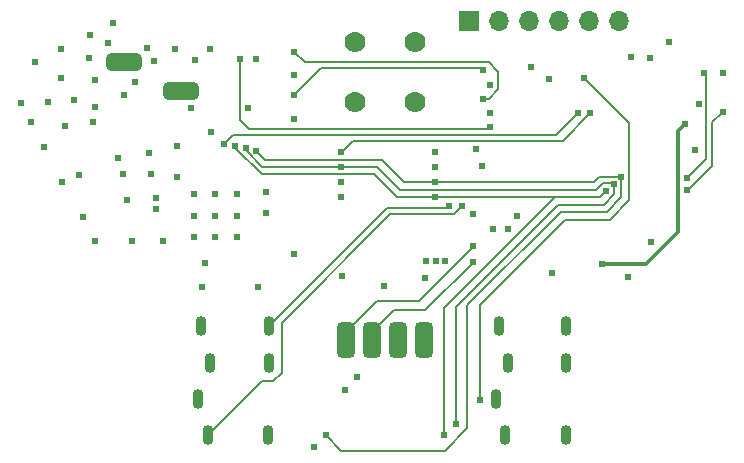
<source format=gbl>
G04 #@! TF.GenerationSoftware,KiCad,Pcbnew,(6.0.0)*
G04 #@! TF.CreationDate,2022-01-15T05:03:17-05:00*
G04 #@! TF.ProjectId,spin-tgd-control,7370696e-2d74-4676-942d-636f6e74726f,rev?*
G04 #@! TF.SameCoordinates,Original*
G04 #@! TF.FileFunction,Copper,L4,Bot*
G04 #@! TF.FilePolarity,Positive*
%FSLAX46Y46*%
G04 Gerber Fmt 4.6, Leading zero omitted, Abs format (unit mm)*
G04 Created by KiCad (PCBNEW (6.0.0)) date 2022-01-15 05:03:17*
%MOMM*%
%LPD*%
G01*
G04 APERTURE LIST*
G04 Aperture macros list*
%AMRoundRect*
0 Rectangle with rounded corners*
0 $1 Rounding radius*
0 $2 $3 $4 $5 $6 $7 $8 $9 X,Y pos of 4 corners*
0 Add a 4 corners polygon primitive as box body*
4,1,4,$2,$3,$4,$5,$6,$7,$8,$9,$2,$3,0*
0 Add four circle primitives for the rounded corners*
1,1,$1+$1,$2,$3*
1,1,$1+$1,$4,$5*
1,1,$1+$1,$6,$7*
1,1,$1+$1,$8,$9*
0 Add four rect primitives between the rounded corners*
20,1,$1+$1,$2,$3,$4,$5,0*
20,1,$1+$1,$4,$5,$6,$7,0*
20,1,$1+$1,$6,$7,$8,$9,0*
20,1,$1+$1,$8,$9,$2,$3,0*%
G04 Aperture macros list end*
G04 #@! TA.AperFunction,ComponentPad*
%ADD10C,1.778000*%
G04 #@! TD*
G04 #@! TA.AperFunction,ComponentPad*
%ADD11RoundRect,0.375000X1.125000X-0.375000X1.125000X0.375000X-1.125000X0.375000X-1.125000X-0.375000X0*%
G04 #@! TD*
G04 #@! TA.AperFunction,ComponentPad*
%ADD12O,0.900000X1.700000*%
G04 #@! TD*
G04 #@! TA.AperFunction,ComponentPad*
%ADD13RoundRect,0.375000X-0.375000X-1.125000X0.375000X-1.125000X0.375000X1.125000X-0.375000X1.125000X0*%
G04 #@! TD*
G04 #@! TA.AperFunction,ComponentPad*
%ADD14R,1.700000X1.700000*%
G04 #@! TD*
G04 #@! TA.AperFunction,ComponentPad*
%ADD15O,1.700000X1.700000*%
G04 #@! TD*
G04 #@! TA.AperFunction,ViaPad*
%ADD16C,0.609600*%
G04 #@! TD*
G04 #@! TA.AperFunction,Conductor*
%ADD17C,0.203200*%
G04 #@! TD*
G04 #@! TA.AperFunction,Conductor*
%ADD18C,0.304800*%
G04 #@! TD*
G04 APERTURE END LIST*
D10*
X2514000Y-3014000D03*
X-2566000Y-3014000D03*
X-2566000Y-8094000D03*
X2514000Y-8094000D03*
D11*
X-22100000Y-4700000D03*
D12*
X15300000Y-36300000D03*
X10170000Y-36300000D03*
X15340000Y-27000000D03*
X9640000Y-27000000D03*
X10390000Y-30200000D03*
X15340000Y-30200000D03*
X9350000Y-33250000D03*
D13*
X-1100000Y-28250000D03*
D14*
X7100000Y-1200000D03*
D15*
X9640000Y-1200000D03*
X12180000Y-1200000D03*
X14720000Y-1200000D03*
X17260000Y-1200000D03*
X19800000Y-1200000D03*
D13*
X-3300000Y-28250000D03*
X3300000Y-28250000D03*
D11*
X-17300000Y-7100000D03*
D13*
X1100000Y-28250000D03*
D12*
X-9900000Y-36300000D03*
X-15030000Y-36300000D03*
X-9860000Y-27000000D03*
X-15560000Y-27000000D03*
X-14810000Y-30200000D03*
X-9860000Y-30200000D03*
X-15850000Y-33250000D03*
D16*
X-27350000Y-14850000D03*
X-22100000Y-7450000D03*
X-10100000Y-17500000D03*
X-25050000Y-4350000D03*
X-11606250Y-8606250D03*
X-14426000Y-15828000D03*
X-29950000Y-9800000D03*
X-28900000Y-11850000D03*
X-26350000Y-7900000D03*
X-6000000Y-37300000D03*
X28600000Y-5600000D03*
X-3700000Y-16090000D03*
X-24600000Y-8500000D03*
X26200000Y-12100000D03*
X-19800000Y-14200000D03*
X-23000000Y-1400000D03*
X-12521000Y-19511000D03*
X-17600000Y-14400000D03*
X-27400000Y-3600000D03*
X-30800000Y-8150000D03*
X-17600000Y-11800000D03*
X20600000Y-22900000D03*
X-10800000Y-23700000D03*
X-14426000Y-17733000D03*
X-14426000Y-19511000D03*
X12350000Y-5100000D03*
X-15500000Y-23750000D03*
X-28550000Y-8100000D03*
X-16204000Y-19511000D03*
X-21400000Y-19800000D03*
X-16204000Y-15828000D03*
X-29650000Y-4650000D03*
X-100000Y-23660000D03*
X22400000Y-4350000D03*
X-20000000Y-12400000D03*
X22500000Y-19900000D03*
X-21880000Y-16330000D03*
X-25950000Y-14250000D03*
X-27400000Y-6000000D03*
X14150000Y-22550000D03*
X-27100000Y-10100000D03*
X-16204000Y-17733000D03*
X-19400000Y-16180000D03*
X-24550000Y-6200000D03*
X-22600000Y-12800000D03*
X-16100000Y-4550000D03*
X-25600000Y-17800000D03*
X-25000000Y-2400000D03*
X7425000Y-17525000D03*
X-22200000Y-14200000D03*
X-23500000Y-3050000D03*
X-2350000Y-31350000D03*
X-20200000Y-3500000D03*
X-14800000Y-3600000D03*
X-14700000Y-10650000D03*
X26600000Y-8200000D03*
X3362500Y-22935000D03*
X-17800000Y-3600000D03*
X-21150000Y-6350000D03*
X-24600000Y-19800000D03*
X-12521000Y-15828000D03*
X-12521000Y-17733000D03*
X-19600000Y-4600000D03*
X-16400000Y-8600000D03*
X-18800000Y-19800000D03*
X-3637500Y-22835000D03*
X8900000Y-9000000D03*
X-24750000Y-9750000D03*
X-15250000Y-21700000D03*
X-7750000Y-20900000D03*
X-10900000Y-4431250D03*
X11200000Y-17750000D03*
X4287500Y-21550000D03*
X-3425000Y-32425000D03*
X-3700000Y-14825000D03*
X20800000Y-4300000D03*
X-10100000Y-15700000D03*
X5100000Y-21550000D03*
X4200000Y-13590000D03*
X-19400000Y-17130000D03*
X13900000Y-6100000D03*
X24000000Y-3000000D03*
X8900000Y-6600000D03*
X3500000Y-21550000D03*
X-7700000Y-5800000D03*
X4200000Y-12290000D03*
X-7700000Y-9500000D03*
X28600000Y-8900000D03*
X25550000Y-15550000D03*
X27000000Y-5600000D03*
X25550000Y-14500000D03*
X8300000Y-7800000D03*
X-7700000Y-3800000D03*
X-7700000Y-7500000D03*
X8300000Y-5400000D03*
X-3700000Y-13575000D03*
X6000000Y-35300000D03*
X-11800000Y-12000000D03*
X19350000Y-15000000D03*
X4200000Y-16140000D03*
X18700000Y-15600000D03*
X-12700000Y-11800000D03*
X5000000Y-36300000D03*
X4200000Y-14840000D03*
X-10900000Y-12200000D03*
X20000000Y-14400000D03*
X-5000000Y-36300000D03*
X10400000Y-18800000D03*
X9100000Y-18800000D03*
X25400000Y-9900000D03*
X18400000Y-21800000D03*
X7450000Y-20250000D03*
X7450000Y-21650000D03*
X-3700000Y-12340000D03*
X17350000Y-9025000D03*
X16850000Y-6050000D03*
X8000000Y-33300000D03*
X-13600000Y-11600000D03*
X16350000Y-9000000D03*
X-12300000Y-4431250D03*
X8900000Y-10150000D03*
X6500000Y-16850000D03*
X8175000Y-13450000D03*
X5400000Y-16840000D03*
X7675000Y-12075000D03*
D17*
X27700000Y-13476421D02*
X27700000Y-9800000D01*
X25550000Y-15550000D02*
X25626421Y-15550000D01*
X25626421Y-15550000D02*
X27700000Y-13476421D01*
X27700000Y-9800000D02*
X28502720Y-8997280D01*
X27205911Y-5805911D02*
X27100000Y-5700000D01*
X25550000Y-14500000D02*
X25600000Y-14500000D01*
X27200000Y-8456889D02*
X27205911Y-8450978D01*
X27200000Y-12900000D02*
X27200000Y-8456889D01*
X25600000Y-14500000D02*
X27200000Y-12900000D01*
X27205911Y-8450978D02*
X27205911Y-5805911D01*
X8300000Y-7800000D02*
X8800000Y-7800000D01*
X9600000Y-7000000D02*
X9600000Y-5500000D01*
X8800000Y-4700000D02*
X-6800000Y-4700000D01*
X8800000Y-7800000D02*
X9600000Y-7000000D01*
X9600000Y-5500000D02*
X8800000Y-4700000D01*
X-6800000Y-4700000D02*
X-7700000Y-3800000D01*
X-7700000Y-7500000D02*
X-5400000Y-5200000D01*
X8100000Y-5200000D02*
X8300000Y-5400000D01*
X-5400000Y-5200000D02*
X8100000Y-5200000D01*
X19350000Y-15000000D02*
X19250000Y-14900000D01*
X18475000Y-14900000D02*
X17875000Y-15500000D01*
X17875000Y-15500000D02*
X1275000Y-15500000D01*
X6000000Y-35300000D02*
X6000000Y-25400000D01*
X-11800000Y-12156889D02*
X-10381889Y-13575000D01*
X-650000Y-13575000D02*
X-3700000Y-13575000D01*
X14650000Y-16750000D02*
X18500000Y-16750000D01*
X6000000Y-25400000D02*
X14650000Y-16750000D01*
X18500000Y-16750000D02*
X19350000Y-15900000D01*
X19250000Y-14900000D02*
X18475000Y-14900000D01*
X-11800000Y-12000000D02*
X-11800000Y-12156889D01*
X-10381889Y-13575000D02*
X-3700000Y-13575000D01*
X19350000Y-15900000D02*
X19350000Y-15000000D01*
X1275000Y-15500000D02*
X-650000Y-13575000D01*
X5000000Y-36300000D02*
X5000000Y-25500000D01*
X4200000Y-16140000D02*
X14590000Y-16140000D01*
X1015000Y-16140000D02*
X4200000Y-16140000D01*
X5000000Y-25500000D02*
X14360000Y-16140000D01*
X18160000Y-16140000D02*
X18700000Y-15600000D01*
X14360000Y-16140000D02*
X14590000Y-16140000D01*
X-12700000Y-11800000D02*
X-12700000Y-11956889D01*
X14590000Y-16140000D02*
X18160000Y-16140000D01*
X-12700000Y-11956889D02*
X-10456889Y-14200000D01*
X-925000Y-14200000D02*
X1015000Y-16140000D01*
X-10456889Y-14200000D02*
X-925000Y-14200000D01*
X-3700000Y-37600000D02*
X5050000Y-37600000D01*
X17660000Y-14840000D02*
X4200000Y-14840000D01*
X4200000Y-14840000D02*
X4235000Y-14875000D01*
X6950000Y-35700000D02*
X6950000Y-25300000D01*
X18750000Y-17400000D02*
X20000000Y-16150000D01*
X14850000Y-17400000D02*
X18750000Y-17400000D01*
X-5000000Y-36300000D02*
X-3700000Y-37600000D01*
X-304089Y-12945911D02*
X-10154089Y-12945911D01*
X4200000Y-14840000D02*
X1590000Y-14840000D01*
X5050000Y-37600000D02*
X6950000Y-35700000D01*
X19994089Y-14394089D02*
X20000000Y-14400000D01*
X20000000Y-16150000D02*
X20000000Y-14400000D01*
X-10154089Y-12945911D02*
X-10900000Y-12200000D01*
X18105911Y-14394089D02*
X19994089Y-14394089D01*
X6950000Y-25300000D02*
X14850000Y-17400000D01*
X18105911Y-14394089D02*
X17660000Y-14840000D01*
X1590000Y-14840000D02*
X-304089Y-12945911D01*
D18*
X18400000Y-21800000D02*
X22100000Y-21800000D01*
X24800000Y-10500000D02*
X25400000Y-9900000D01*
X24800000Y-19100000D02*
X24800000Y-10500000D01*
X22100000Y-21800000D02*
X24800000Y-19100000D01*
D17*
X2850000Y-24900000D02*
X-650000Y-24900000D01*
X-3300000Y-27550000D02*
X-3300000Y-29000000D01*
X7500000Y-20250000D02*
X2850000Y-24900000D01*
X-650000Y-24900000D02*
X-3300000Y-27550000D01*
X-1100000Y-27550000D02*
X750000Y-25700000D01*
X-1100000Y-29000000D02*
X-1100000Y-27550000D01*
X3400000Y-25700000D02*
X7500000Y-21600000D01*
X750000Y-25700000D02*
X3400000Y-25700000D01*
X-2700000Y-11350000D02*
X15025000Y-11350000D01*
X-3700000Y-12340000D02*
X-3690000Y-12340000D01*
X15025000Y-11350000D02*
X17350000Y-9025000D01*
X-3690000Y-12340000D02*
X-2700000Y-11350000D01*
X20675000Y-16375000D02*
X20675000Y-9875000D01*
X19000000Y-18050000D02*
X20675000Y-16375000D01*
X8000000Y-33300000D02*
X8000000Y-25250000D01*
X20675000Y-9875000D02*
X16850000Y-6050000D01*
X8000000Y-25250000D02*
X15200000Y-18050000D01*
X15200000Y-18050000D02*
X19000000Y-18050000D01*
X-12850000Y-10850000D02*
X-13600000Y-11600000D01*
X16350000Y-9000000D02*
X14500000Y-10850000D01*
X14500000Y-10850000D02*
X-12850000Y-10850000D01*
X8700000Y-10350000D02*
X-11550000Y-10350000D01*
X-12300000Y-9600000D02*
X-12300000Y-4431250D01*
X-11550000Y-10350000D02*
X-12300000Y-9600000D01*
X8900000Y-10150000D02*
X8700000Y-10350000D01*
X-10430000Y-31700000D02*
X-9450000Y-31700000D01*
X-8750000Y-31000000D02*
X-8750000Y-26750000D01*
X5801121Y-17548879D02*
X6500000Y-16850000D01*
X-9450000Y-31700000D02*
X-8750000Y-31000000D01*
X-8750000Y-26750000D02*
X451121Y-17548879D01*
X-15030000Y-36300000D02*
X-10430000Y-31700000D01*
X451121Y-17548879D02*
X5801121Y-17548879D01*
X150000Y-17050000D02*
X-9800000Y-27000000D01*
X5190000Y-17050000D02*
X150000Y-17050000D01*
X-9800000Y-27000000D02*
X-9860000Y-27000000D01*
X5400000Y-16840000D02*
X5190000Y-17050000D01*
M02*

</source>
